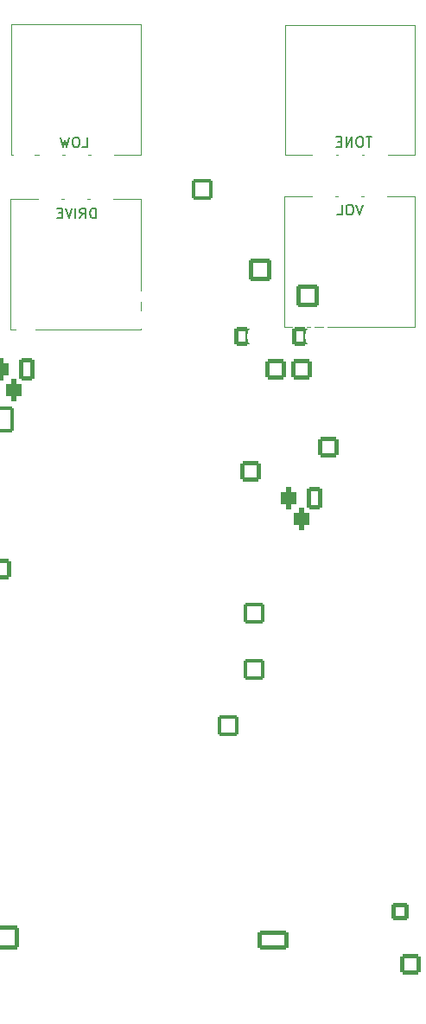
<source format=gbr>
%TF.GenerationSoftware,KiCad,Pcbnew,7.0.2-6a45011f42~172~ubuntu22.04.1*%
%TF.CreationDate,2023-05-16T10:09:17+01:00*%
%TF.ProjectId,greenbean,67726565-6e62-4656-916e-2e6b69636164,rev?*%
%TF.SameCoordinates,Original*%
%TF.FileFunction,Legend,Bot*%
%TF.FilePolarity,Positive*%
%FSLAX46Y46*%
G04 Gerber Fmt 4.6, Leading zero omitted, Abs format (unit mm)*
G04 Created by KiCad (PCBNEW 7.0.2-6a45011f42~172~ubuntu22.04.1) date 2023-05-16 10:09:17*
%MOMM*%
%LPD*%
G01*
G04 APERTURE LIST*
G04 Aperture macros list*
%AMRoundRect*
0 Rectangle with rounded corners*
0 $1 Rounding radius*
0 $2 $3 $4 $5 $6 $7 $8 $9 X,Y pos of 4 corners*
0 Add a 4 corners polygon primitive as box body*
4,1,4,$2,$3,$4,$5,$6,$7,$8,$9,$2,$3,0*
0 Add four circle primitives for the rounded corners*
1,1,$1+$1,$2,$3*
1,1,$1+$1,$4,$5*
1,1,$1+$1,$6,$7*
1,1,$1+$1,$8,$9*
0 Add four rect primitives between the rounded corners*
20,1,$1+$1,$2,$3,$4,$5,0*
20,1,$1+$1,$4,$5,$6,$7,0*
20,1,$1+$1,$6,$7,$8,$9,0*
20,1,$1+$1,$8,$9,$2,$3,0*%
G04 Aperture macros list end*
%ADD10C,0.150000*%
%ADD11C,0.120000*%
%ADD12C,1.998980*%
%ADD13RoundRect,0.200000X-0.525000X-0.750000X0.525000X-0.750000X0.525000X0.750000X-0.525000X0.750000X0*%
%ADD14O,1.450000X1.900000*%
%ADD15C,1.800000*%
%ADD16O,1.800000X1.800000*%
%ADD17C,2.000000*%
%ADD18RoundRect,0.200000X-0.800000X0.800000X-0.800000X-0.800000X0.800000X-0.800000X0.800000X0.800000X0*%
%ADD19O,2.000000X2.000000*%
%ADD20C,3.400000*%
%ADD21RoundRect,0.200000X-0.650000X-0.650000X0.650000X-0.650000X0.650000X0.650000X-0.650000X0.650000X0*%
%ADD22C,1.700000*%
%ADD23RoundRect,0.200000X1.300000X0.750000X-1.300000X0.750000X-1.300000X-0.750000X1.300000X-0.750000X0*%
%ADD24O,3.000000X1.900000*%
%ADD25RoundRect,0.200000X0.800000X0.800000X-0.800000X0.800000X-0.800000X-0.800000X0.800000X-0.800000X0*%
%ADD26RoundRect,0.200000X-0.850000X0.850000X-0.850000X-0.850000X0.850000X-0.850000X0.850000X0.850000X0*%
%ADD27O,2.100000X2.100000*%
%ADD28RoundRect,0.200000X-0.900000X0.900000X-0.900000X-0.900000X0.900000X-0.900000X0.900000X0.900000X0*%
%ADD29C,2.200000*%
%ADD30RoundRect,0.200000X-1.100000X1.100000X-1.100000X-1.100000X1.100000X-1.100000X1.100000X1.100000X0*%
%ADD31O,2.600000X2.600000*%
%ADD32C,2.398980*%
%ADD33RoundRect,0.200000X1.000000X0.950000X-1.000000X0.950000X-1.000000X-0.950000X1.000000X-0.950000X0*%
%ADD34C,2.300000*%
%ADD35RoundRect,0.200000X0.900000X-0.900000X0.900000X0.900000X-0.900000X0.900000X-0.900000X-0.900000X0*%
%ADD36RoundRect,0.200000X0.550000X0.900000X-0.550000X0.900000X-0.550000X-0.900000X0.550000X-0.900000X0*%
%ADD37RoundRect,0.475000X0.275000X0.625000X-0.275000X0.625000X-0.275000X-0.625000X0.275000X-0.625000X0*%
%ADD38RoundRect,0.200000X0.800000X-0.800000X0.800000X0.800000X-0.800000X0.800000X-0.800000X-0.800000X0*%
%ADD39RoundRect,0.200000X0.850000X-0.850000X0.850000X0.850000X-0.850000X0.850000X-0.850000X-0.850000X0*%
G04 APERTURE END LIST*
D10*
%TO.C,TONE*%
X164835713Y-60152619D02*
X164264285Y-60152619D01*
X164549999Y-61152619D02*
X164549999Y-60152619D01*
X163740475Y-60152619D02*
X163549999Y-60152619D01*
X163549999Y-60152619D02*
X163454761Y-60200238D01*
X163454761Y-60200238D02*
X163359523Y-60295476D01*
X163359523Y-60295476D02*
X163311904Y-60485952D01*
X163311904Y-60485952D02*
X163311904Y-60819285D01*
X163311904Y-60819285D02*
X163359523Y-61009761D01*
X163359523Y-61009761D02*
X163454761Y-61105000D01*
X163454761Y-61105000D02*
X163549999Y-61152619D01*
X163549999Y-61152619D02*
X163740475Y-61152619D01*
X163740475Y-61152619D02*
X163835713Y-61105000D01*
X163835713Y-61105000D02*
X163930951Y-61009761D01*
X163930951Y-61009761D02*
X163978570Y-60819285D01*
X163978570Y-60819285D02*
X163978570Y-60485952D01*
X163978570Y-60485952D02*
X163930951Y-60295476D01*
X163930951Y-60295476D02*
X163835713Y-60200238D01*
X163835713Y-60200238D02*
X163740475Y-60152619D01*
X162883332Y-61152619D02*
X162883332Y-60152619D01*
X162883332Y-60152619D02*
X162311904Y-61152619D01*
X162311904Y-61152619D02*
X162311904Y-60152619D01*
X161835713Y-60628809D02*
X161502380Y-60628809D01*
X161359523Y-61152619D02*
X161835713Y-61152619D01*
X161835713Y-61152619D02*
X161835713Y-60152619D01*
X161835713Y-60152619D02*
X161359523Y-60152619D01*
%TO.C,DRIVE*%
X137790951Y-68132619D02*
X137790951Y-67132619D01*
X137790951Y-67132619D02*
X137552856Y-67132619D01*
X137552856Y-67132619D02*
X137409999Y-67180238D01*
X137409999Y-67180238D02*
X137314761Y-67275476D01*
X137314761Y-67275476D02*
X137267142Y-67370714D01*
X137267142Y-67370714D02*
X137219523Y-67561190D01*
X137219523Y-67561190D02*
X137219523Y-67704047D01*
X137219523Y-67704047D02*
X137267142Y-67894523D01*
X137267142Y-67894523D02*
X137314761Y-67989761D01*
X137314761Y-67989761D02*
X137409999Y-68085000D01*
X137409999Y-68085000D02*
X137552856Y-68132619D01*
X137552856Y-68132619D02*
X137790951Y-68132619D01*
X136219523Y-68132619D02*
X136552856Y-67656428D01*
X136790951Y-68132619D02*
X136790951Y-67132619D01*
X136790951Y-67132619D02*
X136409999Y-67132619D01*
X136409999Y-67132619D02*
X136314761Y-67180238D01*
X136314761Y-67180238D02*
X136267142Y-67227857D01*
X136267142Y-67227857D02*
X136219523Y-67323095D01*
X136219523Y-67323095D02*
X136219523Y-67465952D01*
X136219523Y-67465952D02*
X136267142Y-67561190D01*
X136267142Y-67561190D02*
X136314761Y-67608809D01*
X136314761Y-67608809D02*
X136409999Y-67656428D01*
X136409999Y-67656428D02*
X136790951Y-67656428D01*
X135790951Y-68132619D02*
X135790951Y-67132619D01*
X135457618Y-67132619D02*
X135124285Y-68132619D01*
X135124285Y-68132619D02*
X134790952Y-67132619D01*
X134457618Y-67608809D02*
X134124285Y-67608809D01*
X133981428Y-68132619D02*
X134457618Y-68132619D01*
X134457618Y-68132619D02*
X134457618Y-67132619D01*
X134457618Y-67132619D02*
X133981428Y-67132619D01*
%TO.C,LOW*%
X136465714Y-61182619D02*
X136941904Y-61182619D01*
X136941904Y-61182619D02*
X136941904Y-60182619D01*
X135941904Y-60182619D02*
X135751428Y-60182619D01*
X135751428Y-60182619D02*
X135656190Y-60230238D01*
X135656190Y-60230238D02*
X135560952Y-60325476D01*
X135560952Y-60325476D02*
X135513333Y-60515952D01*
X135513333Y-60515952D02*
X135513333Y-60849285D01*
X135513333Y-60849285D02*
X135560952Y-61039761D01*
X135560952Y-61039761D02*
X135656190Y-61135000D01*
X135656190Y-61135000D02*
X135751428Y-61182619D01*
X135751428Y-61182619D02*
X135941904Y-61182619D01*
X135941904Y-61182619D02*
X136037142Y-61135000D01*
X136037142Y-61135000D02*
X136132380Y-61039761D01*
X136132380Y-61039761D02*
X136179999Y-60849285D01*
X136179999Y-60849285D02*
X136179999Y-60515952D01*
X136179999Y-60515952D02*
X136132380Y-60325476D01*
X136132380Y-60325476D02*
X136037142Y-60230238D01*
X136037142Y-60230238D02*
X135941904Y-60182619D01*
X135179999Y-60182619D02*
X134941904Y-61182619D01*
X134941904Y-61182619D02*
X134751428Y-60468333D01*
X134751428Y-60468333D02*
X134560952Y-61182619D01*
X134560952Y-61182619D02*
X134322857Y-60182619D01*
%TO.C,VOL*%
X163941904Y-66792619D02*
X163608571Y-67792619D01*
X163608571Y-67792619D02*
X163275238Y-66792619D01*
X162751428Y-66792619D02*
X162560952Y-66792619D01*
X162560952Y-66792619D02*
X162465714Y-66840238D01*
X162465714Y-66840238D02*
X162370476Y-66935476D01*
X162370476Y-66935476D02*
X162322857Y-67125952D01*
X162322857Y-67125952D02*
X162322857Y-67459285D01*
X162322857Y-67459285D02*
X162370476Y-67649761D01*
X162370476Y-67649761D02*
X162465714Y-67745000D01*
X162465714Y-67745000D02*
X162560952Y-67792619D01*
X162560952Y-67792619D02*
X162751428Y-67792619D01*
X162751428Y-67792619D02*
X162846666Y-67745000D01*
X162846666Y-67745000D02*
X162941904Y-67649761D01*
X162941904Y-67649761D02*
X162989523Y-67459285D01*
X162989523Y-67459285D02*
X162989523Y-67125952D01*
X162989523Y-67125952D02*
X162941904Y-66935476D01*
X162941904Y-66935476D02*
X162846666Y-66840238D01*
X162846666Y-66840238D02*
X162751428Y-66792619D01*
X161418095Y-67792619D02*
X161894285Y-67792619D01*
X161894285Y-67792619D02*
X161894285Y-66792619D01*
D11*
%TO.C,TONE*%
X156320000Y-61960000D02*
X156320000Y-49220000D01*
X158995000Y-61960000D02*
X156320000Y-61960000D01*
X161534000Y-61960000D02*
X161305000Y-61960000D01*
X164075000Y-61960000D02*
X163845000Y-61960000D01*
X169060000Y-61960000D02*
X166385000Y-61960000D01*
X169060000Y-61960000D02*
X169060000Y-49220000D01*
X169060000Y-49220000D02*
X156320000Y-49220000D01*
%TO.C,DRIVE*%
X142185000Y-66265000D02*
X142185000Y-79005000D01*
X139510000Y-66265000D02*
X142185000Y-66265000D01*
X136971000Y-66265000D02*
X137200000Y-66265000D01*
X134430000Y-66265000D02*
X134660000Y-66265000D01*
X129445000Y-66265000D02*
X132120000Y-66265000D01*
X129445000Y-66265000D02*
X129445000Y-79005000D01*
X129445000Y-79005000D02*
X142185000Y-79005000D01*
%TO.C,LOW*%
X129485000Y-61905000D02*
X129485000Y-49165000D01*
X132160000Y-61905000D02*
X129485000Y-61905000D01*
X134699000Y-61905000D02*
X134470000Y-61905000D01*
X137240000Y-61905000D02*
X137010000Y-61905000D01*
X142225000Y-61905000D02*
X139550000Y-61905000D01*
X142225000Y-61905000D02*
X142225000Y-49165000D01*
X142225000Y-49165000D02*
X129485000Y-49165000D01*
%TO.C,VOL*%
X169005000Y-65985000D02*
X169005000Y-78725000D01*
X166330000Y-65985000D02*
X169005000Y-65985000D01*
X163791000Y-65985000D02*
X164020000Y-65985000D01*
X161250000Y-65985000D02*
X161480000Y-65985000D01*
X156265000Y-65985000D02*
X158940000Y-65985000D01*
X156265000Y-65985000D02*
X156265000Y-78725000D01*
X156265000Y-78725000D02*
X169005000Y-78725000D01*
%TD*%
D12*
%TO.C,R2*%
X137580000Y-136000000D03*
X137580000Y-143620000D03*
%TD*%
%TO.C,R3*%
X134330000Y-143600000D03*
X134330000Y-135980000D03*
%TD*%
%TO.C,R1*%
X162080000Y-135980000D03*
X162080000Y-143600000D03*
%TD*%
%LPC*%
D13*
%TO.C,Q4*%
X152080000Y-79720000D03*
D14*
X153350000Y-79720000D03*
X154620000Y-79720000D03*
%TD*%
D15*
%TO.C,R16*%
X132590000Y-109400000D03*
D16*
X140210000Y-109400000D03*
%TD*%
D15*
%TO.C,R2*%
X164360000Y-106180000D03*
D16*
X156740000Y-106180000D03*
%TD*%
D15*
%TO.C,R19*%
X125710000Y-74220000D03*
D16*
X125710000Y-81840000D03*
%TD*%
D15*
%TO.C,R13*%
X133840000Y-84510000D03*
D16*
X133840000Y-76890000D03*
%TD*%
D17*
%TO.C,C10*%
X141960000Y-101880000D03*
X141960000Y-106880000D03*
%TD*%
D18*
%TO.C,D4*%
X157970000Y-82900000D03*
D19*
X157970000Y-90520000D03*
%TD*%
D17*
%TO.C,C7*%
X175560000Y-60530000D03*
X170560000Y-60530000D03*
%TD*%
D15*
%TO.C,R1*%
X165680000Y-109240000D03*
D16*
X158060000Y-109240000D03*
%TD*%
D20*
%TO.C,J3*%
X128830000Y-131710000D03*
X141530000Y-131710000D03*
X135180000Y-131710000D03*
X128830000Y-115480000D03*
X141530000Y-115480000D03*
X135180000Y-115480000D03*
%TD*%
D15*
%TO.C,R3*%
X156740000Y-103960000D03*
D16*
X164360000Y-103960000D03*
%TD*%
D21*
%TO.C,C1*%
X167630000Y-135980000D03*
D22*
X172630000Y-135980000D03*
%TD*%
D17*
%TO.C,C9*%
X130930000Y-74450000D03*
X130930000Y-79450000D03*
%TD*%
D23*
%TO.C,SW1*%
X155130000Y-138805000D03*
D24*
X149830000Y-138805000D03*
X144530000Y-138805000D03*
X155130000Y-143505000D03*
X149830000Y-143530000D03*
X144530000Y-143505000D03*
X155130000Y-148205000D03*
X149830000Y-148205000D03*
X144530000Y-148205000D03*
%TD*%
D17*
%TO.C,C3*%
X148770000Y-96010000D03*
X153770000Y-96010000D03*
%TD*%
D15*
%TO.C,R6*%
X125730000Y-72140000D03*
D16*
X125730000Y-64520000D03*
%TD*%
D17*
%TO.C,C2*%
X159020000Y-101380000D03*
X164020000Y-101380000D03*
%TD*%
D13*
%TO.C,Q1*%
X157730000Y-79730000D03*
D14*
X159000000Y-79730000D03*
X160270000Y-79730000D03*
%TD*%
D17*
%TO.C,C5*%
X125770000Y-62010000D03*
X130770000Y-62010000D03*
%TD*%
D15*
%TO.C,R5*%
X166570000Y-98360000D03*
D16*
X166570000Y-105980000D03*
%TD*%
D25*
%TO.C,U1*%
X152930000Y-92930000D03*
D19*
X152930000Y-90390000D03*
X152930000Y-87850000D03*
X152930000Y-85310000D03*
X145310000Y-85310000D03*
X145310000Y-87850000D03*
X145310000Y-90390000D03*
X145310000Y-92930000D03*
%TD*%
D26*
%TO.C,JOVGI1*%
X153280000Y-112330000D03*
D27*
X150740000Y-112330000D03*
X148200000Y-112330000D03*
X145660000Y-112330000D03*
%TD*%
D15*
%TO.C,R10*%
X170590000Y-71160000D03*
D16*
X170590000Y-63540000D03*
%TD*%
D15*
%TO.C,R8*%
X149540000Y-78060000D03*
D16*
X141920000Y-78060000D03*
%TD*%
D15*
%TO.C,R7*%
X142920000Y-75840000D03*
D16*
X150540000Y-75840000D03*
%TD*%
D28*
%TO.C,D1*%
X153850000Y-73200000D03*
D29*
X153850000Y-75740000D03*
%TD*%
D30*
%TO.C,D7*%
X128490000Y-87830000D03*
D31*
X128490000Y-97990000D03*
%TD*%
D15*
%TO.C,R9*%
X146230000Y-70160000D03*
D16*
X153850000Y-70160000D03*
%TD*%
D26*
%TO.C,J4*%
X150720000Y-117790000D03*
D27*
X148180000Y-117790000D03*
%TD*%
D18*
%TO.C,D5*%
X155400000Y-82880000D03*
D19*
X155400000Y-90500000D03*
%TD*%
D32*
%TO.C,R2*%
X137580000Y-136000000D03*
X137580000Y-143620000D03*
%TD*%
D17*
%TO.C,C4*%
X125730000Y-58890000D03*
X130730000Y-58890000D03*
%TD*%
D33*
%TO.C,D1*%
X129080000Y-138520000D03*
D34*
X129080000Y-135980000D03*
%TD*%
D15*
%TO.C,R12*%
X128020000Y-75080000D03*
D16*
X128020000Y-67460000D03*
%TD*%
D32*
%TO.C,R3*%
X134330000Y-143600000D03*
X134330000Y-135980000D03*
%TD*%
D17*
%TO.C,C8*%
X137720000Y-86250000D03*
X142720000Y-86250000D03*
%TD*%
D35*
%TO.C,D2*%
X158500000Y-75745000D03*
D29*
X158500000Y-73205000D03*
%TD*%
D32*
%TO.C,R1*%
X162080000Y-135980000D03*
X162080000Y-143600000D03*
%TD*%
D15*
%TO.C,R14*%
X141990000Y-95160000D03*
D16*
X134370000Y-95160000D03*
%TD*%
D36*
%TO.C,Q3*%
X131010000Y-82890000D03*
D37*
X129740000Y-84960000D03*
X128470000Y-82890000D03*
%TD*%
D18*
%TO.C,C13*%
X128490000Y-102510000D03*
D17*
X128490000Y-105010000D03*
%TD*%
D15*
%TO.C,R18*%
X125700000Y-83840000D03*
D16*
X125700000Y-91460000D03*
%TD*%
D20*
%TO.C,J2*%
X169830000Y-115510000D03*
X157130000Y-115510000D03*
X163480000Y-115510000D03*
X169830000Y-131740000D03*
X157130000Y-131740000D03*
X163480000Y-131740000D03*
%TD*%
D17*
%TO.C,C1*%
X148710000Y-103370000D03*
X153710000Y-103370000D03*
%TD*%
D36*
%TO.C,Q2*%
X159230000Y-95530000D03*
D37*
X157960000Y-97600000D03*
X156690000Y-95530000D03*
%TD*%
D17*
%TO.C,C6*%
X140250000Y-80810000D03*
X145250000Y-80810000D03*
%TD*%
D15*
%TO.C,R11*%
X143190000Y-89010000D03*
D16*
X135570000Y-89010000D03*
%TD*%
D38*
%TO.C,D3*%
X160530000Y-90520000D03*
D19*
X160530000Y-82900000D03*
%TD*%
D39*
%TO.C,J1*%
X148230000Y-65280000D03*
D27*
X150770000Y-65280000D03*
%TD*%
D15*
%TO.C,R20*%
X137950000Y-71720000D03*
D16*
X130330000Y-71720000D03*
%TD*%
D18*
%TO.C,C2*%
X168580000Y-141180000D03*
D17*
X168580000Y-143680000D03*
%TD*%
D15*
%TO.C,R4*%
X169410000Y-96200000D03*
D16*
X161790000Y-96200000D03*
%TD*%
D17*
%TO.C,C11*%
X144330000Y-99020000D03*
X149330000Y-99020000D03*
%TD*%
D25*
%TO.C,C12*%
X173842651Y-101470000D03*
D17*
X171342651Y-101470000D03*
%TD*%
D26*
%TO.C,JOVGI2*%
X153280000Y-106780000D03*
D27*
X150740000Y-106780000D03*
X148200000Y-106780000D03*
X145660000Y-106780000D03*
%TD*%
D15*
%TO.C,R15*%
X134370000Y-97370000D03*
D16*
X141990000Y-97370000D03*
%TD*%
D29*
%TO.C,TONE*%
X160150000Y-62590000D03*
X162690000Y-62590000D03*
X165230000Y-62590000D03*
%TD*%
%TO.C,DRIVE*%
X138355000Y-65635000D03*
X135815000Y-65635000D03*
X133275000Y-65635000D03*
%TD*%
%TO.C,LOW*%
X133315000Y-62535000D03*
X135855000Y-62535000D03*
X138395000Y-62535000D03*
%TD*%
%TO.C,VOL*%
X165175000Y-65355000D03*
X162635000Y-65355000D03*
X160095000Y-65355000D03*
%TD*%
%LPD*%
M02*

</source>
